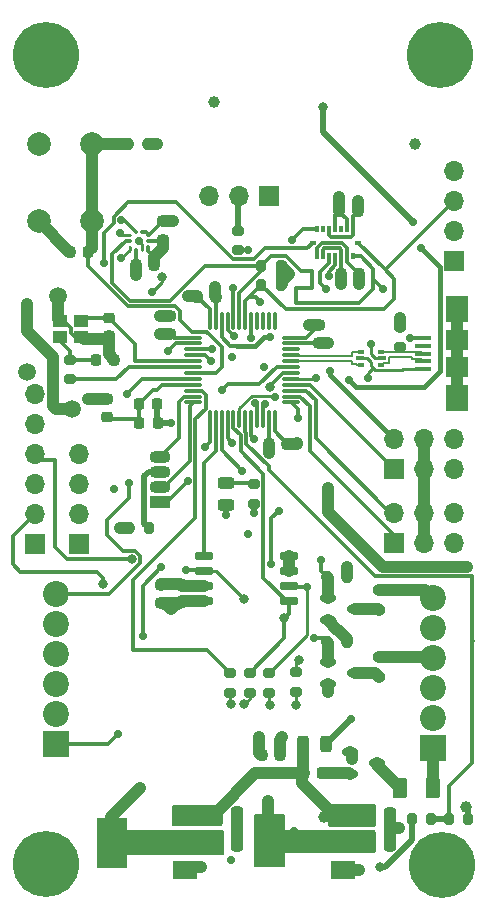
<source format=gbr>
%TF.GenerationSoftware,KiCad,Pcbnew,(7.0.0)*%
%TF.CreationDate,2023-07-06T15:18:01+01:00*%
%TF.ProjectId,wolf flight comp,776f6c66-2066-46c6-9967-687420636f6d,rev?*%
%TF.SameCoordinates,Original*%
%TF.FileFunction,Copper,L1,Top*%
%TF.FilePolarity,Positive*%
%FSLAX46Y46*%
G04 Gerber Fmt 4.6, Leading zero omitted, Abs format (unit mm)*
G04 Created by KiCad (PCBNEW (7.0.0)) date 2023-07-06 15:18:01*
%MOMM*%
%LPD*%
G01*
G04 APERTURE LIST*
G04 Aperture macros list*
%AMRoundRect*
0 Rectangle with rounded corners*
0 $1 Rounding radius*
0 $2 $3 $4 $5 $6 $7 $8 $9 X,Y pos of 4 corners*
0 Add a 4 corners polygon primitive as box body*
4,1,4,$2,$3,$4,$5,$6,$7,$8,$9,$2,$3,0*
0 Add four circle primitives for the rounded corners*
1,1,$1+$1,$2,$3*
1,1,$1+$1,$4,$5*
1,1,$1+$1,$6,$7*
1,1,$1+$1,$8,$9*
0 Add four rect primitives between the rounded corners*
20,1,$1+$1,$2,$3,$4,$5,0*
20,1,$1+$1,$4,$5,$6,$7,0*
20,1,$1+$1,$6,$7,$8,$9,0*
20,1,$1+$1,$8,$9,$2,$3,0*%
G04 Aperture macros list end*
%TA.AperFunction,SMDPad,CuDef*%
%ADD10RoundRect,0.225000X0.225000X0.250000X-0.225000X0.250000X-0.225000X-0.250000X0.225000X-0.250000X0*%
%TD*%
%TA.AperFunction,SMDPad,CuDef*%
%ADD11RoundRect,0.200000X-0.275000X0.200000X-0.275000X-0.200000X0.275000X-0.200000X0.275000X0.200000X0*%
%TD*%
%TA.AperFunction,SMDPad,CuDef*%
%ADD12RoundRect,0.150000X-0.650000X-0.150000X0.650000X-0.150000X0.650000X0.150000X-0.650000X0.150000X0*%
%TD*%
%TA.AperFunction,SMDPad,CuDef*%
%ADD13RoundRect,0.200000X-0.200000X-0.275000X0.200000X-0.275000X0.200000X0.275000X-0.200000X0.275000X0*%
%TD*%
%TA.AperFunction,ComponentPad*%
%ADD14R,1.700000X1.700000*%
%TD*%
%TA.AperFunction,ComponentPad*%
%ADD15O,1.700000X1.700000*%
%TD*%
%TA.AperFunction,SMDPad,CuDef*%
%ADD16RoundRect,0.225000X0.250000X-0.225000X0.250000X0.225000X-0.250000X0.225000X-0.250000X-0.225000X0*%
%TD*%
%TA.AperFunction,SMDPad,CuDef*%
%ADD17RoundRect,0.200000X0.275000X-0.200000X0.275000X0.200000X-0.275000X0.200000X-0.275000X-0.200000X0*%
%TD*%
%TA.AperFunction,ComponentPad*%
%ADD18R,2.200000X2.200000*%
%TD*%
%TA.AperFunction,ComponentPad*%
%ADD19C,2.200000*%
%TD*%
%TA.AperFunction,SMDPad,CuDef*%
%ADD20RoundRect,0.225000X-0.225000X-0.250000X0.225000X-0.250000X0.225000X0.250000X-0.225000X0.250000X0*%
%TD*%
%TA.AperFunction,SMDPad,CuDef*%
%ADD21RoundRect,0.218750X0.256250X-0.218750X0.256250X0.218750X-0.256250X0.218750X-0.256250X-0.218750X0*%
%TD*%
%TA.AperFunction,SMDPad,CuDef*%
%ADD22RoundRect,0.218750X0.218750X0.256250X-0.218750X0.256250X-0.218750X-0.256250X0.218750X-0.256250X0*%
%TD*%
%TA.AperFunction,SMDPad,CuDef*%
%ADD23RoundRect,0.200000X0.200000X0.275000X-0.200000X0.275000X-0.200000X-0.275000X0.200000X-0.275000X0*%
%TD*%
%TA.AperFunction,SMDPad,CuDef*%
%ADD24RoundRect,0.250000X0.375000X0.625000X-0.375000X0.625000X-0.375000X-0.625000X0.375000X-0.625000X0*%
%TD*%
%TA.AperFunction,SMDPad,CuDef*%
%ADD25RoundRect,0.243750X0.456250X-0.243750X0.456250X0.243750X-0.456250X0.243750X-0.456250X-0.243750X0*%
%TD*%
%TA.AperFunction,SMDPad,CuDef*%
%ADD26R,0.500000X0.375000*%
%TD*%
%TA.AperFunction,SMDPad,CuDef*%
%ADD27R,0.650000X0.300000*%
%TD*%
%TA.AperFunction,SMDPad,CuDef*%
%ADD28RoundRect,0.150000X-0.512500X-0.150000X0.512500X-0.150000X0.512500X0.150000X-0.512500X0.150000X0*%
%TD*%
%TA.AperFunction,ComponentPad*%
%ADD29C,5.600000*%
%TD*%
%TA.AperFunction,SMDPad,CuDef*%
%ADD30RoundRect,0.250000X-0.250000X-0.475000X0.250000X-0.475000X0.250000X0.475000X-0.250000X0.475000X0*%
%TD*%
%TA.AperFunction,SMDPad,CuDef*%
%ADD31R,1.150000X1.000000*%
%TD*%
%TA.AperFunction,SMDPad,CuDef*%
%ADD32R,0.250000X0.275000*%
%TD*%
%TA.AperFunction,SMDPad,CuDef*%
%ADD33R,0.275000X0.250000*%
%TD*%
%TA.AperFunction,ComponentPad*%
%ADD34R,1.800000X1.070000*%
%TD*%
%TA.AperFunction,ComponentPad*%
%ADD35O,1.800000X1.070000*%
%TD*%
%TA.AperFunction,SMDPad,CuDef*%
%ADD36R,2.000000X1.500000*%
%TD*%
%TA.AperFunction,SMDPad,CuDef*%
%ADD37R,2.000000X3.800000*%
%TD*%
%TA.AperFunction,SMDPad,CuDef*%
%ADD38RoundRect,0.075000X-0.662500X-0.075000X0.662500X-0.075000X0.662500X0.075000X-0.662500X0.075000X0*%
%TD*%
%TA.AperFunction,SMDPad,CuDef*%
%ADD39RoundRect,0.075000X-0.075000X-0.662500X0.075000X-0.662500X0.075000X0.662500X-0.075000X0.662500X0*%
%TD*%
%TA.AperFunction,SMDPad,CuDef*%
%ADD40RoundRect,0.225000X-0.250000X0.225000X-0.250000X-0.225000X0.250000X-0.225000X0.250000X0.225000X0*%
%TD*%
%TA.AperFunction,SMDPad,CuDef*%
%ADD41R,1.400000X0.400000*%
%TD*%
%TA.AperFunction,SMDPad,CuDef*%
%ADD42R,1.900000X2.300000*%
%TD*%
%TA.AperFunction,SMDPad,CuDef*%
%ADD43R,1.900000X1.800000*%
%TD*%
%TA.AperFunction,SMDPad,CuDef*%
%ADD44RoundRect,0.243750X-0.243750X-0.456250X0.243750X-0.456250X0.243750X0.456250X-0.243750X0.456250X0*%
%TD*%
%TA.AperFunction,ComponentPad*%
%ADD45C,2.000000*%
%TD*%
%TA.AperFunction,SMDPad,CuDef*%
%ADD46R,0.350000X0.590000*%
%TD*%
%TA.AperFunction,SMDPad,CuDef*%
%ADD47R,0.590000X0.350000*%
%TD*%
%TA.AperFunction,ViaPad*%
%ADD48C,0.700000*%
%TD*%
%TA.AperFunction,ViaPad*%
%ADD49C,1.000000*%
%TD*%
%TA.AperFunction,ViaPad*%
%ADD50C,0.800000*%
%TD*%
%TA.AperFunction,ViaPad*%
%ADD51C,1.500000*%
%TD*%
%TA.AperFunction,Conductor*%
%ADD52C,1.000000*%
%TD*%
%TA.AperFunction,Conductor*%
%ADD53C,0.300000*%
%TD*%
%TA.AperFunction,Conductor*%
%ADD54C,0.508000*%
%TD*%
%TA.AperFunction,Conductor*%
%ADD55C,0.254000*%
%TD*%
%TA.AperFunction,Conductor*%
%ADD56C,0.200000*%
%TD*%
%TA.AperFunction,Conductor*%
%ADD57C,0.250000*%
%TD*%
%TA.AperFunction,Conductor*%
%ADD58C,0.400000*%
%TD*%
G04 APERTURE END LIST*
D10*
%TO.P,C17,1*%
%TO.N,GND*%
X156921800Y-89611200D03*
%TO.P,C17,2*%
%TO.N,+3.3VA*%
X155371800Y-89611200D03*
%TD*%
D11*
%TO.P,R8,1*%
%TO.N,P1-*%
X175641000Y-109411000D03*
%TO.P,R8,2*%
%TO.N,Net-(Q2-D)*%
X175641000Y-111061000D03*
%TD*%
D12*
%TO.P,U6,1,~{CS}*%
%TO.N,FLASH CS*%
X160821000Y-100838000D03*
%TO.P,U6,2,DO(IO1)*%
%TO.N,MISO*%
X160821000Y-102108000D03*
%TO.P,U6,3,IO2*%
%TO.N,+3V3*%
X160821000Y-103378000D03*
%TO.P,U6,4,GND*%
%TO.N,GND*%
X160821000Y-104648000D03*
%TO.P,U6,5,DI(IO0)*%
%TO.N,MOSI*%
X168021000Y-104648000D03*
%TO.P,U6,6,CLK*%
%TO.N,SCK*%
X168021000Y-103378000D03*
%TO.P,U6,7,IO3*%
%TO.N,+3V3*%
X168021000Y-102108000D03*
%TO.P,U6,8,VCC*%
X168021000Y-100838000D03*
%TD*%
D13*
%TO.P,R13,1*%
%TO.N,BATT SENSE*%
X181550000Y-123100000D03*
%TO.P,R13,2*%
%TO.N,GND*%
X183200000Y-123100000D03*
%TD*%
D14*
%TO.P,J10,1,Pin_1*%
%TO.N,GND*%
X181999999Y-75879999D03*
D15*
%TO.P,J10,2,Pin_2*%
%TO.N,SDA*%
X181999999Y-73339999D03*
%TO.P,J10,3,Pin_3*%
%TO.N,SCL*%
X181999999Y-70799999D03*
%TO.P,J10,4,Pin_4*%
%TO.N,I2C POWER*%
X181999999Y-68259999D03*
%TD*%
D16*
%TO.P,C19,1*%
%TO.N,GND*%
X152781000Y-82207400D03*
%TO.P,C19,2*%
%TO.N,OSCIN*%
X152781000Y-80657400D03*
%TD*%
D17*
%TO.P,R23,1*%
%TO.N,Net-(J8-DAT0)*%
X168656000Y-112331000D03*
%TO.P,R23,2*%
%TO.N,MISO*%
X168656000Y-110681000D03*
%TD*%
D11*
%TO.P,R21,1*%
%TO.N,Net-(J9-Pin_2)*%
X163703000Y-73280000D03*
%TO.P,R21,2*%
%TO.N,BOOT0*%
X163703000Y-74930000D03*
%TD*%
D18*
%TO.P,J7,1,Pin_1*%
%TO.N,+BATT*%
X180212999Y-117093999D03*
D19*
%TO.P,J7,2,Pin_2*%
%TO.N,GND*%
X180213000Y-114554000D03*
%TO.P,J7,3,Pin_3*%
%TO.N,ARM-*%
X180213000Y-112014000D03*
%TO.P,J7,4,Pin_4*%
%TO.N,P1-*%
X180213000Y-109474000D03*
%TO.P,J7,5,Pin_5*%
%TO.N,ARM-*%
X180213000Y-106934000D03*
%TO.P,J7,6,Pin_6*%
%TO.N,P2-*%
X180213000Y-104394000D03*
%TD*%
D20*
%TO.P,C6,1*%
%TO.N,+3V3*%
X172425000Y-76962000D03*
%TO.P,C6,2*%
%TO.N,GND*%
X173975000Y-76962000D03*
%TD*%
D21*
%TO.P,FB2,1*%
%TO.N,+3.3VA*%
X152654000Y-89101000D03*
%TO.P,FB2,2*%
%TO.N,+3V3*%
X152654000Y-87526000D03*
%TD*%
D10*
%TO.P,C15,1*%
%TO.N,GND*%
X161824000Y-78867000D03*
%TO.P,C15,2*%
%TO.N,+3V3*%
X160274000Y-78867000D03*
%TD*%
D22*
%TO.P,FB1,1*%
%TO.N,Net-(Q1-S)*%
X170840500Y-119227600D03*
%TO.P,FB1,2*%
%TO.N,+12V*%
X169265500Y-119227600D03*
%TD*%
D23*
%TO.P,R16,1*%
%TO.N,+3V3*%
X167325000Y-76300000D03*
%TO.P,R16,2*%
%TO.N,SDA*%
X165675000Y-76300000D03*
%TD*%
D24*
%TO.P,F1,1*%
%TO.N,+BATT*%
X180200000Y-120450000D03*
%TO.P,F1,2*%
%TO.N,Net-(Q1-D)*%
X177400000Y-120450000D03*
%TD*%
D25*
%TO.P,D3,1,K*%
%TO.N,GND*%
X162687000Y-96520000D03*
%TO.P,D3,2,A*%
%TO.N,Net-(D3-A)*%
X162687000Y-94645000D03*
%TD*%
D11*
%TO.P,R3,1*%
%TO.N,+3V3*%
X177400000Y-81450000D03*
%TO.P,R3,2*%
%TO.N,USB CON D+*%
X177400000Y-83100000D03*
%TD*%
D16*
%TO.P,C9,1*%
%TO.N,GND*%
X158833000Y-104788000D03*
%TO.P,C9,2*%
%TO.N,+3V3*%
X158833000Y-103238000D03*
%TD*%
D17*
%TO.P,R20,1*%
%TO.N,Net-(J8-CD{slash}DAT3)*%
X163068000Y-112395000D03*
%TO.P,R20,2*%
%TO.N,CS SD*%
X163068000Y-110745000D03*
%TD*%
D26*
%TO.P,U3,1,I/O1*%
%TO.N,USB CON D-*%
X175855999Y-84637499D03*
D27*
%TO.P,U3,2,GND*%
%TO.N,GND*%
X175930999Y-84099999D03*
D26*
%TO.P,U3,3,I/O2*%
%TO.N,USB CON D+*%
X175855999Y-83562499D03*
%TO.P,U3,4,I/O2*%
%TO.N,USB D+*%
X174155999Y-83562499D03*
D27*
%TO.P,U3,5,VBUS*%
%TO.N,VBUS*%
X174080999Y-84099999D03*
D26*
%TO.P,U3,6,I/O1*%
%TO.N,USB D-*%
X174155999Y-84637499D03*
%TD*%
D20*
%TO.P,C14,1*%
%TO.N,GND*%
X166344000Y-91313000D03*
%TO.P,C14,2*%
%TO.N,+3V3*%
X167894000Y-91313000D03*
%TD*%
D14*
%TO.P,J6,1,Pin_1*%
%TO.N,SERVO1*%
X176910999Y-99694999D03*
D15*
%TO.P,J6,2,Pin_2*%
%TO.N,SERVO2*%
X176910999Y-97154999D03*
%TO.P,J6,3,Pin_3*%
%TO.N,SERVO POWER*%
X179450999Y-99694999D03*
%TO.P,J6,4,Pin_4*%
X179450999Y-97154999D03*
%TO.P,J6,5,Pin_5*%
%TO.N,GND*%
X181990999Y-99694999D03*
%TO.P,J6,6,Pin_6*%
X181990999Y-97154999D03*
%TD*%
D23*
%TO.P,R14,1*%
%TO.N,+3V3*%
X167350000Y-77900000D03*
%TO.P,R14,2*%
%TO.N,SCL*%
X165700000Y-77900000D03*
%TD*%
D13*
%TO.P,R6,1*%
%TO.N,GND*%
X154500000Y-98450000D03*
%TO.P,R6,2*%
%TO.N,Net-(D2-K)*%
X156150000Y-98450000D03*
%TD*%
D28*
%TO.P,Q1,1,G*%
%TO.N,GND*%
X173202600Y-117398800D03*
%TO.P,Q1,2,S*%
%TO.N,Net-(Q1-S)*%
X173202600Y-119298800D03*
%TO.P,Q1,3,D*%
%TO.N,Net-(Q1-D)*%
X175477600Y-118348800D03*
%TD*%
D14*
%TO.P,J2,1,Pin_1*%
%TO.N,GND*%
X150240999Y-99821999D03*
D15*
%TO.P,J2,2,Pin_2*%
%TO.N,USART1 TX*%
X150240999Y-97281999D03*
%TO.P,J2,3,Pin_3*%
%TO.N,USART1 RX*%
X150240999Y-94741999D03*
%TO.P,J2,4,Pin_4*%
%TO.N,UART POWER*%
X150240999Y-92201999D03*
%TD*%
D20*
%TO.P,C8,1*%
%TO.N,+3V3*%
X155054000Y-76200000D03*
%TO.P,C8,2*%
%TO.N,GND*%
X156604000Y-76200000D03*
%TD*%
D11*
%TO.P,R11,1*%
%TO.N,P2-*%
X175630000Y-103757000D03*
%TO.P,R11,2*%
%TO.N,Net-(Q3-D)*%
X175630000Y-105407000D03*
%TD*%
D10*
%TO.P,C18,1*%
%TO.N,GND*%
X156895800Y-87985600D03*
%TO.P,C18,2*%
%TO.N,+3.3VA*%
X155345800Y-87985600D03*
%TD*%
D29*
%TO.P,H4,1,1*%
%TO.N,GND*%
X147447000Y-126873000D03*
%TD*%
D30*
%TO.P,C3,1*%
%TO.N,+3V3*%
X174691000Y-125095000D03*
%TO.P,C3,2*%
%TO.N,GND*%
X176591000Y-125095000D03*
%TD*%
D11*
%TO.P,R22,1*%
%TO.N,Net-(C20-Pad1)*%
X149479000Y-84226400D03*
%TO.P,R22,2*%
%TO.N,OSCOUT*%
X149479000Y-85876400D03*
%TD*%
D31*
%TO.P,Y1,1,1*%
%TO.N,OSCIN*%
X150437999Y-80921999D03*
%TO.P,Y1,2,2*%
%TO.N,GND*%
X148687999Y-80921999D03*
%TO.P,Y1,3,3*%
%TO.N,Net-(C20-Pad1)*%
X148687999Y-82321999D03*
%TO.P,Y1,4,4*%
%TO.N,GND*%
X150437999Y-82321999D03*
%TD*%
D32*
%TO.P,U5,1,VDDIO*%
%TO.N,+3V3*%
X155570499Y-73397499D03*
%TO.P,U5,2,SCK/SCL*%
%TO.N,SCL*%
X155070499Y-73397499D03*
D33*
%TO.P,U5,3,VSS/GND*%
%TO.N,GND*%
X154557999Y-73659999D03*
%TO.P,U5,4,SDI/SDO/SDA*%
%TO.N,SDA*%
X154557999Y-74159999D03*
%TO.P,U5,5,SDO/DNC/SA0*%
%TO.N,GND*%
X154557999Y-74659999D03*
D32*
%TO.P,U5,6,~{CS}*%
%TO.N,+3V3*%
X155070499Y-74922499D03*
%TO.P,U5,7,INT/DNC*%
%TO.N,BARO INT*%
X155570499Y-74922499D03*
D33*
%TO.P,U5,8,VSS/GND__1*%
%TO.N,GND*%
X156082999Y-74659999D03*
%TO.P,U5,9,VSS/GND__2*%
X156082999Y-74159999D03*
%TO.P,U5,10,VDD*%
%TO.N,+3V3*%
X156082999Y-73659999D03*
%TD*%
D34*
%TO.P,D2,1,RA*%
%TO.N,LED RED*%
X157098999Y-96265999D03*
D35*
%TO.P,D2,2,BA*%
%TO.N,LED GREEN*%
X157098999Y-94995999D03*
%TO.P,D2,3,K*%
%TO.N,Net-(D2-K)*%
X157098999Y-93725999D03*
%TO.P,D2,4,GA*%
%TO.N,LED BLUE*%
X157098999Y-92455999D03*
%TD*%
D14*
%TO.P,J5,1,Pin_1*%
%TO.N,SERVO3*%
X176910999Y-93471999D03*
D15*
%TO.P,J5,2,Pin_2*%
%TO.N,SERVO4*%
X176910999Y-90931999D03*
%TO.P,J5,3,Pin_3*%
%TO.N,SERVO POWER*%
X179450999Y-93471999D03*
%TO.P,J5,4,Pin_4*%
X179450999Y-90931999D03*
%TO.P,J5,5,Pin_5*%
%TO.N,GND*%
X181990999Y-93471999D03*
%TO.P,J5,6,Pin_6*%
X181990999Y-90931999D03*
%TD*%
D36*
%TO.P,U1,1,ADJ*%
%TO.N,Net-(U1-ADJ)*%
X172567999Y-127394999D03*
%TO.P,U1,2,VO*%
%TO.N,+3V3*%
X172567999Y-125094999D03*
D37*
X166267999Y-125094999D03*
D36*
%TO.P,U1,3,VI*%
%TO.N,+12V*%
X172567999Y-122794999D03*
%TD*%
D11*
%TO.P,R10,1*%
%TO.N,Net-(D3-A)*%
X165100000Y-94775000D03*
%TO.P,R10,2*%
%TO.N,+3V3*%
X165100000Y-96425000D03*
%TD*%
D38*
%TO.P,U7,1,VBAT*%
%TO.N,+3V3*%
X159921500Y-82340000D03*
%TO.P,U7,2,PC13*%
%TO.N,ACCEL INT1*%
X159921500Y-82840000D03*
%TO.P,U7,3,PC14*%
%TO.N,PC14*%
X159921500Y-83340000D03*
%TO.P,U7,4,PC15*%
%TO.N,CS BRKOUT*%
X159921500Y-83840000D03*
%TO.P,U7,5,PD0*%
%TO.N,OSCIN*%
X159921500Y-84340000D03*
%TO.P,U7,6,PD1*%
%TO.N,OSCOUT*%
X159921500Y-84840000D03*
%TO.P,U7,7,NRST*%
%TO.N,RESET*%
X159921500Y-85340000D03*
%TO.P,U7,8,VSSA*%
%TO.N,GND*%
X159921500Y-85840000D03*
%TO.P,U7,9,VDDA*%
%TO.N,+3.3VA*%
X159921500Y-86340000D03*
%TO.P,U7,10,PA0*%
%TO.N,CS SD*%
X159921500Y-86840000D03*
%TO.P,U7,11,PA1*%
%TO.N,LED BLUE*%
X159921500Y-87340000D03*
%TO.P,U7,12,PA2*%
%TO.N,LED GREEN*%
X159921500Y-87840000D03*
D39*
%TO.P,U7,13,PA3*%
%TO.N,LED RED*%
X161334000Y-89252500D03*
%TO.P,U7,14,PA4*%
%TO.N,FLASH CS*%
X161834000Y-89252500D03*
%TO.P,U7,15,PA5*%
%TO.N,SCK*%
X162334000Y-89252500D03*
%TO.P,U7,16,PA6*%
%TO.N,MISO*%
X162834000Y-89252500D03*
%TO.P,U7,17,PA7*%
%TO.N,MOSI*%
X163334000Y-89252500D03*
%TO.P,U7,18,PB0*%
%TO.N,BUZZER*%
X163834000Y-89252500D03*
%TO.P,U7,19,PB1*%
%TO.N,BATT SENSE*%
X164334000Y-89252500D03*
%TO.P,U7,20,PB2*%
%TO.N,PB2*%
X164834000Y-89252500D03*
%TO.P,U7,21,PB10*%
%TO.N,P2 EN*%
X165334000Y-89252500D03*
%TO.P,U7,22,PB11*%
%TO.N,P1 EN*%
X165834000Y-89252500D03*
%TO.P,U7,23,VSS*%
%TO.N,GND*%
X166334000Y-89252500D03*
%TO.P,U7,24,VDD*%
%TO.N,+3V3*%
X166834000Y-89252500D03*
D38*
%TO.P,U7,25,PB12*%
%TO.N,GYRO INT4*%
X168246500Y-87840000D03*
%TO.P,U7,26,PB13*%
%TO.N,SERVO1*%
X168246500Y-87340000D03*
%TO.P,U7,27,PB14*%
%TO.N,SERVO2*%
X168246500Y-86840000D03*
%TO.P,U7,28,PB15*%
%TO.N,SERVO3*%
X168246500Y-86340000D03*
%TO.P,U7,29,PA8*%
%TO.N,BARO INT*%
X168246500Y-85840000D03*
%TO.P,U7,30,PA9*%
%TO.N,USART1 TX*%
X168246500Y-85340000D03*
%TO.P,U7,31,PA10*%
%TO.N,USART1 RX*%
X168246500Y-84840000D03*
%TO.P,U7,32,PA11*%
%TO.N,USB D-*%
X168246500Y-84340000D03*
%TO.P,U7,33,PA12*%
%TO.N,USB D+*%
X168246500Y-83840000D03*
%TO.P,U7,34,PA13*%
%TO.N,unconnected-(U7-PA13-Pad34)*%
X168246500Y-83340000D03*
%TO.P,U7,35,VSS*%
%TO.N,GND*%
X168246500Y-82840000D03*
%TO.P,U7,36,VDD*%
%TO.N,+3V3*%
X168246500Y-82340000D03*
D39*
%TO.P,U7,37,PA14*%
%TO.N,unconnected-(U7-PA14-Pad37)*%
X166834000Y-80927500D03*
%TO.P,U7,38,PA15*%
%TO.N,unconnected-(U7-PA15-Pad38)*%
X166334000Y-80927500D03*
%TO.P,U7,39,PB3*%
%TO.N,unconnected-(U7-PB3-Pad39)*%
X165834000Y-80927500D03*
%TO.P,U7,40,PB4*%
%TO.N,unconnected-(U7-PB4-Pad40)*%
X165334000Y-80927500D03*
%TO.P,U7,41,PB5*%
%TO.N,ACCEL INT2*%
X164834000Y-80927500D03*
%TO.P,U7,42,PB6*%
%TO.N,SCL*%
X164334000Y-80927500D03*
%TO.P,U7,43,PB7*%
%TO.N,SDA*%
X163834000Y-80927500D03*
%TO.P,U7,44,BOOT0*%
%TO.N,BOOT0*%
X163334000Y-80927500D03*
%TO.P,U7,45,PB8*%
%TO.N,GYRO INT3*%
X162834000Y-80927500D03*
%TO.P,U7,46,PB9*%
%TO.N,SERVO4*%
X162334000Y-80927500D03*
%TO.P,U7,47,VSS*%
%TO.N,GND*%
X161834000Y-80927500D03*
%TO.P,U7,48,VDD*%
%TO.N,+3V3*%
X161334000Y-80927500D03*
%TD*%
D40*
%TO.P,C7,1*%
%TO.N,+3V3*%
X157353000Y-72491000D03*
%TO.P,C7,2*%
%TO.N,GND*%
X157353000Y-74041000D03*
%TD*%
D20*
%TO.P,C20,1*%
%TO.N,Net-(C20-Pad1)*%
X151701200Y-84226400D03*
%TO.P,C20,2*%
%TO.N,GND*%
X153251200Y-84226400D03*
%TD*%
D41*
%TO.P,J1,1,VBUS*%
%TO.N,VBUS*%
X179399999Y-84999999D03*
%TO.P,J1,2,D-*%
%TO.N,USB CON D-*%
X179399999Y-84349999D03*
%TO.P,J1,3,D+*%
%TO.N,USB CON D+*%
X179399999Y-83699999D03*
%TO.P,J1,4,ID*%
%TO.N,unconnected-(J1-ID-Pad4)*%
X179399999Y-83049999D03*
%TO.P,J1,5,GND*%
%TO.N,GND*%
X179399999Y-82399999D03*
D42*
%TO.P,J1,6,Shield*%
%TO.N,unconnected-(J1-Shield-Pad6)*%
X182249999Y-87449999D03*
D43*
X182249999Y-84849999D03*
X182249999Y-82549999D03*
D42*
X182249999Y-79949999D03*
%TD*%
D28*
%TO.P,Q2,1,G*%
%TO.N,P1 EN*%
X171334000Y-109794000D03*
%TO.P,Q2,2,S*%
%TO.N,GND*%
X171334000Y-111694000D03*
%TO.P,Q2,3,D*%
%TO.N,Net-(Q2-D)*%
X173609000Y-110744000D03*
%TD*%
%TO.P,Q3,1,G*%
%TO.N,P2 EN*%
X171323000Y-104394000D03*
%TO.P,Q3,2,S*%
%TO.N,GND*%
X171323000Y-106294000D03*
%TO.P,Q3,3,D*%
%TO.N,Net-(Q3-D)*%
X173598000Y-105344000D03*
%TD*%
D14*
%TO.P,J3,1,Pin_1*%
%TO.N,GND*%
X146557999Y-99821999D03*
D15*
%TO.P,J3,2,Pin_2*%
%TO.N,MOSI*%
X146557999Y-97281999D03*
%TO.P,J3,3,Pin_3*%
%TO.N,MISO*%
X146557999Y-94741999D03*
%TO.P,J3,4,Pin_4*%
%TO.N,SCK*%
X146557999Y-92201999D03*
%TO.P,J3,5,Pin_5*%
%TO.N,CS BRKOUT*%
X146557999Y-89661999D03*
%TO.P,J3,6,Pin_6*%
%TO.N,SPI POWER*%
X146557999Y-87121999D03*
%TD*%
D18*
%TO.P,J4,1,Pin_1*%
%TO.N,PB2*%
X148335999Y-116712999D03*
D19*
%TO.P,J4,2,Pin_2*%
%TO.N,+3V3*%
X148336000Y-114173000D03*
%TO.P,J4,3,Pin_3*%
%TO.N,GND*%
X148336000Y-111633000D03*
%TO.P,J4,4,Pin_4*%
%TO.N,+12V*%
X148336000Y-109093000D03*
%TO.P,J4,5,Pin_5*%
%TO.N,ARM-*%
X148336000Y-106553000D03*
%TO.P,J4,6,Pin_6*%
%TO.N,PC14*%
X148336000Y-104013000D03*
%TD*%
D30*
%TO.P,C2,1*%
%TO.N,+12V*%
X161737000Y-122783600D03*
%TO.P,C2,2*%
%TO.N,GND*%
X163637000Y-122783600D03*
%TD*%
D17*
%TO.P,R18,1*%
%TO.N,Net-(J8-CMD)*%
X164719000Y-112394000D03*
%TO.P,R18,2*%
%TO.N,MOSI*%
X164719000Y-110744000D03*
%TD*%
D36*
%TO.P,U2,1,ADJ*%
%TO.N,Net-(U2-ADJ)*%
X159232999Y-127394999D03*
%TO.P,U2,2,VO*%
%TO.N,+5V*%
X159232999Y-125094999D03*
D37*
X152932999Y-125094999D03*
D36*
%TO.P,U2,3,VI*%
%TO.N,+12V*%
X159232999Y-122794999D03*
%TD*%
D14*
%TO.P,J9,1,Pin_1*%
%TO.N,GND*%
X166369999Y-70357999D03*
D15*
%TO.P,J9,2,Pin_2*%
%TO.N,Net-(J9-Pin_2)*%
X163829999Y-70357999D03*
%TO.P,J9,3,Pin_3*%
%TO.N,+3V3*%
X161289999Y-70357999D03*
%TD*%
D10*
%TO.P,C5,1*%
%TO.N,+3V3*%
X173863000Y-71628000D03*
%TO.P,C5,2*%
%TO.N,GND*%
X172313000Y-71628000D03*
%TD*%
D23*
%TO.P,R9,1*%
%TO.N,GND*%
X172910000Y-102616000D03*
%TO.P,R9,2*%
%TO.N,P2 EN*%
X171260000Y-102616000D03*
%TD*%
D13*
%TO.P,R17,1*%
%TO.N,RESET*%
X154433000Y-65938400D03*
%TO.P,R17,2*%
%TO.N,+3V3*%
X156083000Y-65938400D03*
%TD*%
D16*
%TO.P,C16,1*%
%TO.N,GND*%
X170561000Y-82817000D03*
%TO.P,C16,2*%
%TO.N,+3V3*%
X170561000Y-81267000D03*
%TD*%
D29*
%TO.P,H1,1,1*%
%TO.N,GND*%
X180975000Y-127000000D03*
%TD*%
D11*
%TO.P,R19,1*%
%TO.N,SCK*%
X166370000Y-110745000D03*
%TO.P,R19,2*%
%TO.N,Net-(J8-CLK)*%
X166370000Y-112395000D03*
%TD*%
D44*
%TO.P,D1,1,K*%
%TO.N,+12V*%
X169262500Y-116750000D03*
%TO.P,D1,2,A*%
%TO.N,VBUS*%
X171137500Y-116750000D03*
%TD*%
D20*
%TO.P,C11,1*%
%TO.N,GND*%
X149466000Y-75057000D03*
%TO.P,C11,2*%
%TO.N,RESET*%
X151016000Y-75057000D03*
%TD*%
D10*
%TO.P,C12,1*%
%TO.N,GND*%
X167275000Y-117700000D03*
%TO.P,C12,2*%
%TO.N,+3V3*%
X165725000Y-117700000D03*
%TD*%
D29*
%TO.P,H2,1,1*%
%TO.N,GND*%
X147447000Y-58420000D03*
%TD*%
D16*
%TO.P,C10,1*%
%TO.N,GND*%
X157182000Y-104801000D03*
%TO.P,C10,2*%
%TO.N,+3V3*%
X157182000Y-103251000D03*
%TD*%
D29*
%TO.P,H3,1,1*%
%TO.N,GND*%
X180848000Y-58420000D03*
%TD*%
D45*
%TO.P,SW1,1,1*%
%TO.N,GND*%
X146848000Y-72465000D03*
X146848000Y-65965000D03*
%TO.P,SW1,2,2*%
%TO.N,RESET*%
X151348000Y-72465000D03*
X151348000Y-65965000D03*
%TD*%
D13*
%TO.P,R12,1*%
%TO.N,+12V*%
X178451200Y-123100000D03*
%TO.P,R12,2*%
%TO.N,BATT SENSE*%
X180101200Y-123100000D03*
%TD*%
D46*
%TO.P,U4,1,INT2*%
%TO.N,ACCEL INT2*%
X170447999Y-73129999D03*
%TO.P,U4,2,NC*%
%TO.N,unconnected-(U4-NC-Pad2)*%
X170947999Y-73129999D03*
%TO.P,U4,3,VDD*%
%TO.N,+3V3*%
X171447999Y-73129999D03*
%TO.P,U4,4,GNDA*%
%TO.N,GND*%
X171947999Y-73129999D03*
%TO.P,U4,5,CSB2*%
%TO.N,unconnected-(U4-CSB2-Pad5)*%
X172447999Y-73129999D03*
%TO.P,U4,6,GNDIO*%
%TO.N,GND*%
X172947999Y-73129999D03*
%TO.P,U4,7,PS*%
%TO.N,+3V3*%
X173447999Y-73129999D03*
D47*
%TO.P,U4,8,SCL/SCK*%
%TO.N,SCL*%
X173862999Y-74294999D03*
D46*
%TO.P,U4,9,SDA/SDI*%
%TO.N,SDA*%
X173447999Y-75459999D03*
%TO.P,U4,10,SDO2*%
%TO.N,GND*%
X172947999Y-75459999D03*
%TO.P,U4,11,VDDIO*%
%TO.N,+3V3*%
X172447999Y-75459999D03*
%TO.P,U4,12,INT3*%
%TO.N,GYRO INT3*%
X171947999Y-75459999D03*
%TO.P,U4,13,INT4*%
%TO.N,GYRO INT4*%
X171447999Y-75459999D03*
%TO.P,U4,14,CSB1*%
%TO.N,+3V3*%
X170947999Y-75459999D03*
%TO.P,U4,15,SDO1*%
%TO.N,GND*%
X170447999Y-75459999D03*
D47*
%TO.P,U4,16,INT1*%
%TO.N,ACCEL INT1*%
X170032999Y-74294999D03*
%TD*%
D16*
%TO.P,C21,1*%
%TO.N,+3V3*%
X157988000Y-82068000D03*
%TO.P,C21,2*%
%TO.N,GND*%
X157988000Y-80518000D03*
%TD*%
D30*
%TO.P,C4,1*%
%TO.N,+5V*%
X161737000Y-125095000D03*
%TO.P,C4,2*%
%TO.N,GND*%
X163637000Y-125095000D03*
%TD*%
%TO.P,C1,1*%
%TO.N,+12V*%
X174691000Y-122809000D03*
%TO.P,C1,2*%
%TO.N,GND*%
X176591000Y-122809000D03*
%TD*%
D23*
%TO.P,R7,1*%
%TO.N,GND*%
X172910000Y-108141000D03*
%TO.P,R7,2*%
%TO.N,P1 EN*%
X171260000Y-108141000D03*
%TD*%
D48*
%TO.N,GND*%
X171323000Y-112369600D03*
X161800000Y-78050000D03*
X158038800Y-105359200D03*
X172135800Y-107137200D03*
X166350000Y-92150000D03*
D49*
X183000000Y-122100000D03*
D48*
X153850000Y-75600000D03*
X158050000Y-89611200D03*
D49*
X161650000Y-62400000D03*
D48*
X163144200Y-126542800D03*
X171336459Y-82786459D03*
D50*
X177350000Y-123850000D03*
D48*
X173950000Y-77800000D03*
D51*
X148463000Y-78841600D03*
D48*
X163626800Y-123952000D03*
X162687000Y-97358200D03*
X178300000Y-82400000D03*
X165900000Y-84800000D03*
X164550000Y-98950000D03*
X154300000Y-87100000D03*
X172950000Y-101800000D03*
X173385891Y-118024223D03*
X153700000Y-98450000D03*
X157302200Y-74828400D03*
X157150000Y-80500000D03*
X175000000Y-82900000D03*
X153750000Y-73500000D03*
D50*
X172300000Y-70450000D03*
D49*
X167450000Y-116200000D03*
D48*
%TO.N,+5V*%
X155778200Y-125247400D03*
X145850000Y-79474701D03*
D51*
X149700000Y-88350000D03*
D49*
X155400000Y-120500000D03*
%TO.N,+12V*%
X171350000Y-95100000D03*
D50*
X175700000Y-127150000D03*
D49*
X171000000Y-122900000D03*
X183150000Y-101750000D03*
%TO.N,+3V3*%
X178700000Y-65950000D03*
D48*
X169750000Y-81250000D03*
X159500000Y-78850000D03*
X173850000Y-70800000D03*
X168700000Y-91300000D03*
X165076608Y-97177314D03*
X151050000Y-87550000D03*
X158250000Y-72500000D03*
D49*
X165500000Y-116150000D03*
D51*
X145850500Y-85250000D03*
D48*
X157150000Y-82050000D03*
X153250000Y-95150000D03*
X168000000Y-101500000D03*
D49*
X166250000Y-121550000D03*
X156900000Y-65950000D03*
D48*
X163200000Y-84000000D03*
X177400000Y-80700000D03*
X168050000Y-76950000D03*
X168500000Y-124102000D03*
X172450000Y-77800000D03*
X155050000Y-77050000D03*
X158000000Y-103200000D03*
%TO.N,Net-(U1-ADJ)*%
X173950000Y-127400000D03*
%TO.N,BOOT0*%
X163300000Y-78150000D03*
X164550000Y-74900000D03*
%TO.N,VBUS*%
X174700000Y-85800000D03*
X173250000Y-114600000D03*
%TO.N,LED RED*%
X160900000Y-91650000D03*
X159449500Y-94500000D03*
%TO.N,SCK*%
X169600000Y-103450000D03*
D50*
X154750000Y-101100000D03*
D48*
X164100000Y-93600000D03*
%TO.N,MISO*%
X159350000Y-102000000D03*
D50*
X164250000Y-104500000D03*
D48*
X163200000Y-91250000D03*
D50*
X168925000Y-109625000D03*
%TO.N,MOSI*%
X167650000Y-106100000D03*
X152300000Y-103200000D03*
%TO.N,USART1 TX*%
X166400000Y-86500000D03*
D48*
%TO.N,USART1 RX*%
X162350000Y-86800000D03*
%TO.N,SCL*%
X153850000Y-72400000D03*
X165600000Y-79300000D03*
%TO.N,SDA*%
X175999500Y-78200000D03*
D50*
%TO.N,BUZZER*%
X170900000Y-62800000D03*
D48*
X179250000Y-74800000D03*
X178550000Y-72600000D03*
X166850000Y-87350000D03*
X173100000Y-85900000D03*
%TO.N,ACCEL INT1*%
X152400000Y-76000000D03*
X157800000Y-83500000D03*
%TO.N,BARO INT*%
X170350000Y-85800000D03*
X155350000Y-74200000D03*
D50*
X157250000Y-77250500D03*
D48*
X156400000Y-78500000D03*
%TO.N,ACCEL INT2*%
X164850000Y-82350000D03*
X168250000Y-74100000D03*
%TO.N,GYRO INT4*%
X168800000Y-89150000D03*
X171200000Y-78200500D03*
%TO.N,GYRO INT3*%
X163400000Y-82250000D03*
X171400000Y-77100000D03*
%TO.N,SERVO4*%
X166450000Y-82300000D03*
X171500000Y-85150000D03*
%TO.N,P2 EN*%
X165150000Y-87900000D03*
X170750000Y-101200000D03*
%TO.N,P1 EN*%
X170174276Y-107760372D03*
X166029763Y-87992590D03*
D50*
%TO.N,Net-(J8-CD{slash}DAT3)*%
X163100000Y-113400000D03*
%TO.N,Net-(J8-CMD)*%
X164250000Y-113400000D03*
%TO.N,Net-(J8-CLK)*%
X166400000Y-113450000D03*
%TO.N,Net-(J8-DAT0)*%
X168600000Y-113450000D03*
D48*
%TO.N,Net-(U2-ADJ)*%
X160600000Y-127200000D03*
%TO.N,CS BRKOUT*%
X161400000Y-84350000D03*
%TO.N,PC14*%
X154500000Y-94650000D03*
X161550000Y-83350000D03*
%TO.N,PB2*%
X155650000Y-107600000D03*
X167208931Y-96991069D03*
X166550000Y-101500000D03*
X165050500Y-90900000D03*
X157200000Y-101800000D03*
X153550000Y-115900000D03*
%TD*%
D52*
%TO.N,GND*%
X163637000Y-123962200D02*
X163637000Y-124968000D01*
X160821000Y-104648000D02*
X158973000Y-104648000D01*
X148463000Y-80772000D02*
X148463000Y-78841600D01*
X152781000Y-82207400D02*
X152781000Y-83756200D01*
X172300000Y-70450000D02*
X172300000Y-71615000D01*
X173385891Y-118024223D02*
X173385891Y-117582091D01*
D53*
X161824000Y-78867000D02*
X161824000Y-80917500D01*
D52*
X156604000Y-75526600D02*
X157302200Y-74828400D01*
X158973000Y-104648000D02*
X158833000Y-104788000D01*
X176591000Y-123850000D02*
X176591000Y-125095000D01*
D53*
X172948000Y-74788960D02*
X172948000Y-75460000D01*
D54*
X156921800Y-89611200D02*
X158050000Y-89611200D01*
X162687000Y-97358200D02*
X162687000Y-96520000D01*
D52*
X172300000Y-71615000D02*
X172313000Y-71628000D01*
X166344000Y-92144000D02*
X166350000Y-92150000D01*
D53*
X171948000Y-71993000D02*
X171948000Y-73130000D01*
D52*
X161800000Y-78050000D02*
X161800000Y-78843000D01*
D53*
X168246500Y-82840000D02*
X170538000Y-82840000D01*
D55*
X175000000Y-83748000D02*
X175000000Y-82900000D01*
D53*
X149563000Y-81963000D02*
X149922000Y-82322000D01*
X148963000Y-80922000D02*
X149563000Y-81522000D01*
D52*
X157353000Y-74041000D02*
X157353000Y-74777600D01*
D53*
X172313000Y-71628000D02*
X171948000Y-71993000D01*
D52*
X156604000Y-76200000D02*
X156604000Y-75526600D01*
X150686600Y-82448400D02*
X150663000Y-82472000D01*
X167275000Y-117700000D02*
X167275000Y-116375000D01*
X171323000Y-112369600D02*
X171323000Y-111705000D01*
D54*
X183200000Y-123100000D02*
X183200000Y-122300000D01*
D52*
X152781000Y-82207400D02*
X152540000Y-82448400D01*
X163637000Y-123941800D02*
X163626800Y-123952000D01*
X173975000Y-77775000D02*
X173950000Y-77800000D01*
X152540000Y-82448400D02*
X150686600Y-82448400D01*
D53*
X170448000Y-75460000D02*
X170448000Y-74788960D01*
X156083000Y-74660000D02*
X156083000Y-75005600D01*
X156083000Y-75005600D02*
X156604000Y-75526600D01*
D52*
X157467600Y-104788000D02*
X157195000Y-104788000D01*
D53*
X161824000Y-80917500D02*
X161834000Y-80927500D01*
D52*
X172910000Y-108141000D02*
X172910000Y-107881000D01*
X158610000Y-104788000D02*
X158038800Y-105359200D01*
X172166200Y-107137200D02*
X172135800Y-107137200D01*
X172135800Y-107106800D02*
X171323000Y-106294000D01*
X171323000Y-111705000D02*
X171334000Y-111694000D01*
D53*
X178300000Y-82400000D02*
X179400000Y-82400000D01*
D52*
X176591000Y-122809000D02*
X176591000Y-123850000D01*
D53*
X172923000Y-72323000D02*
X172923000Y-73105000D01*
D52*
X171305918Y-82817000D02*
X171336459Y-82786459D01*
X167275000Y-116375000D02*
X167450000Y-116200000D01*
D53*
X172948000Y-75460000D02*
X172948000Y-75935000D01*
D55*
X154558000Y-74660000D02*
X154558000Y-74892000D01*
D54*
X183200000Y-122300000D02*
X183000000Y-122100000D01*
D53*
X170448000Y-74788960D02*
X170861959Y-74375000D01*
X149563000Y-81522000D02*
X149563000Y-81963000D01*
D54*
X150163000Y-82472000D02*
X150663000Y-82472000D01*
D53*
X172313000Y-71628000D02*
X172313000Y-71713000D01*
X172923000Y-73105000D02*
X172948000Y-73130000D01*
D52*
X158038800Y-105359200D02*
X157467600Y-104788000D01*
X158833000Y-104788000D02*
X158610000Y-104788000D01*
X176591000Y-123850000D02*
X177350000Y-123850000D01*
X166344000Y-91313000D02*
X166344000Y-92144000D01*
D54*
X156895800Y-87985600D02*
X156895800Y-89585200D01*
D52*
X149440000Y-75057000D02*
X146848000Y-72465000D01*
D54*
X156895800Y-89585200D02*
X156921800Y-89611200D01*
D52*
X173975000Y-76962000D02*
X173975000Y-77775000D01*
D55*
X175931000Y-84100000D02*
X175352000Y-84100000D01*
X175352000Y-84100000D02*
X175000000Y-83748000D01*
D52*
X163637000Y-122555000D02*
X163637000Y-123941800D01*
D53*
X172534040Y-74375000D02*
X172948000Y-74788960D01*
D52*
X157988000Y-80518000D02*
X157168000Y-80518000D01*
D53*
X172313000Y-71713000D02*
X172923000Y-72323000D01*
X172948000Y-75935000D02*
X173975000Y-76962000D01*
D52*
X157353000Y-74777600D02*
X157302200Y-74828400D01*
X163626800Y-123952000D02*
X163637000Y-123962200D01*
D55*
X153910000Y-73660000D02*
X153750000Y-73500000D01*
D52*
X172910000Y-102616000D02*
X172910000Y-101840000D01*
X172910000Y-101840000D02*
X172950000Y-101800000D01*
X173385891Y-117582091D02*
X173202600Y-117398800D01*
D53*
X148688000Y-80922000D02*
X148963000Y-80922000D01*
D52*
X152781000Y-83756200D02*
X153251200Y-84226400D01*
D53*
X170861959Y-74375000D02*
X172534040Y-74375000D01*
D52*
X157168000Y-80518000D02*
X157150000Y-80500000D01*
X172135800Y-107137200D02*
X172135800Y-107106800D01*
D53*
X159921500Y-85840000D02*
X155560000Y-85840000D01*
X166334000Y-89252500D02*
X166334000Y-91303000D01*
D54*
X148463000Y-80772000D02*
X148871000Y-80772000D01*
D52*
X172910000Y-107881000D02*
X172166200Y-107137200D01*
X157195000Y-104788000D02*
X157182000Y-104801000D01*
D53*
X166334000Y-91303000D02*
X166344000Y-91313000D01*
D55*
X154558000Y-73660000D02*
X153910000Y-73660000D01*
D53*
X156083000Y-74160000D02*
X157234000Y-74160000D01*
D52*
X170561000Y-82817000D02*
X171305918Y-82817000D01*
D53*
X149922000Y-82322000D02*
X150438000Y-82322000D01*
D52*
X161800000Y-78843000D02*
X161824000Y-78867000D01*
D53*
X155560000Y-85840000D02*
X154300000Y-87100000D01*
D52*
X149466000Y-75057000D02*
X149440000Y-75057000D01*
D55*
X154558000Y-74892000D02*
X153850000Y-75600000D01*
D52*
X158833000Y-104788000D02*
X157195000Y-104788000D01*
D53*
X170538000Y-82840000D02*
X170561000Y-82817000D01*
D52*
X153700000Y-98450000D02*
X154500000Y-98450000D01*
D53*
X157234000Y-74160000D02*
X157353000Y-74041000D01*
D52*
%TO.N,+5V*%
X148050000Y-88100000D02*
X148300000Y-88350000D01*
X148050000Y-88100000D02*
X148050000Y-87751321D01*
X145850000Y-81800000D02*
X145850000Y-79474701D01*
X148050000Y-87751321D02*
X148058000Y-87743321D01*
X148058000Y-84008000D02*
X145850000Y-81800000D01*
X148300000Y-88350000D02*
X149700000Y-88350000D01*
X152933000Y-122967000D02*
X155400000Y-120500000D01*
X148058000Y-87743321D02*
X148058000Y-84008000D01*
X152933000Y-125095000D02*
X152933000Y-122967000D01*
%TO.N,+12V*%
X169115500Y-120093500D02*
X171817000Y-122795000D01*
X169262500Y-119224600D02*
X169265500Y-119227600D01*
X171817000Y-122795000D02*
X172568000Y-122795000D01*
X169115500Y-119227600D02*
X169115500Y-120093500D01*
D54*
X178451200Y-124884696D02*
X176185896Y-127150000D01*
X178451200Y-123100000D02*
X178451200Y-124884696D01*
D52*
X171350000Y-97134000D02*
X171350000Y-95100000D01*
X161737000Y-122685808D02*
X165195208Y-119227600D01*
X183150000Y-101750000D02*
X175966000Y-101750000D01*
X165195208Y-119227600D02*
X169115500Y-119227600D01*
X169262500Y-116750000D02*
X169262500Y-119224600D01*
X161737000Y-122783600D02*
X161737000Y-122685808D01*
D54*
X176185896Y-127150000D02*
X175700000Y-127150000D01*
D52*
X175966000Y-101750000D02*
X171350000Y-97134000D01*
%TO.N,+3V3*%
X166268000Y-125095000D02*
X166268000Y-121568000D01*
X177400000Y-80700000D02*
X177400000Y-81450000D01*
X151074000Y-87526000D02*
X151050000Y-87550000D01*
X173863000Y-70813000D02*
X173850000Y-70800000D01*
X155054000Y-76200000D02*
X155054000Y-77046000D01*
D53*
X156083000Y-73660000D02*
X156184000Y-73660000D01*
D52*
X167474400Y-76250800D02*
X167474400Y-77825600D01*
D54*
X165100000Y-97153922D02*
X165076608Y-97177314D01*
D52*
X167474400Y-77525600D02*
X168050000Y-76950000D01*
X172425000Y-76962000D02*
X172425000Y-77775000D01*
X167474400Y-76374400D02*
X168050000Y-76950000D01*
X159500000Y-78850000D02*
X160257000Y-78850000D01*
D53*
X169488000Y-82340000D02*
X170561000Y-81267000D01*
X171598000Y-73800000D02*
X173298000Y-73800000D01*
D52*
X157362000Y-72500000D02*
X157353000Y-72491000D01*
X157970000Y-82050000D02*
X157988000Y-82068000D01*
X168687000Y-91313000D02*
X168700000Y-91300000D01*
D53*
X173448000Y-73130000D02*
X173448000Y-72043000D01*
X173298000Y-73800000D02*
X173448000Y-73650000D01*
X156184000Y-73660000D02*
X157353000Y-72491000D01*
D52*
X158250000Y-72500000D02*
X157362000Y-72500000D01*
D53*
X155570500Y-73397500D02*
X155921500Y-73397500D01*
X168246500Y-82340000D02*
X169488000Y-82340000D01*
X155070500Y-76183500D02*
X155054000Y-76200000D01*
D52*
X167474400Y-77825600D02*
X167474400Y-77525600D01*
D53*
X158260000Y-82340000D02*
X157988000Y-82068000D01*
D52*
X160821000Y-103378000D02*
X158973000Y-103378000D01*
D53*
X171448000Y-73130000D02*
X171448000Y-73650000D01*
D52*
X165500000Y-116150000D02*
X165500000Y-117475000D01*
D53*
X161334000Y-79927000D02*
X160274000Y-78867000D01*
X166834000Y-90253000D02*
X167894000Y-91313000D01*
D52*
X158973000Y-103378000D02*
X158833000Y-103238000D01*
D53*
X172448000Y-76939000D02*
X172425000Y-76962000D01*
D52*
X167474400Y-76250800D02*
X167474400Y-76374400D01*
D53*
X155921500Y-73397500D02*
X156184000Y-73660000D01*
D52*
X156888400Y-65938400D02*
X156900000Y-65950000D01*
D53*
X173448000Y-72043000D02*
X173863000Y-71628000D01*
X170948000Y-75460000D02*
X170948000Y-74890000D01*
D52*
X172425000Y-77775000D02*
X172450000Y-77800000D01*
X168000000Y-101500000D02*
X168021000Y-101521000D01*
D53*
X172448000Y-75460000D02*
X172448000Y-76939000D01*
D52*
X165500000Y-117475000D02*
X165725000Y-117700000D01*
X160257000Y-78850000D02*
X160274000Y-78867000D01*
X170561000Y-81267000D02*
X169767000Y-81267000D01*
X156083000Y-65938400D02*
X156888400Y-65938400D01*
D53*
X172358000Y-74800000D02*
X172448000Y-74890000D01*
X171448000Y-73650000D02*
X171598000Y-73800000D01*
X159921500Y-82340000D02*
X158260000Y-82340000D01*
D52*
X157150000Y-82050000D02*
X157970000Y-82050000D01*
D53*
X170948000Y-74890000D02*
X171038000Y-74800000D01*
X166834000Y-90253000D02*
X166834000Y-89252500D01*
D52*
X168021000Y-100838000D02*
X168021000Y-101479000D01*
D53*
X171038000Y-74800000D02*
X172358000Y-74800000D01*
X161334000Y-80927500D02*
X161334000Y-79927000D01*
D52*
X167894000Y-91313000D02*
X168687000Y-91313000D01*
X158038000Y-103238000D02*
X158833000Y-103238000D01*
X158000000Y-103200000D02*
X157962000Y-103238000D01*
X158000000Y-103200000D02*
X158038000Y-103238000D01*
D53*
X155070500Y-74922500D02*
X155070500Y-76183500D01*
D54*
X165100000Y-96425000D02*
X165100000Y-97153922D01*
D52*
X155054000Y-77046000D02*
X155050000Y-77050000D01*
D53*
X172448000Y-74890000D02*
X172448000Y-75460000D01*
D52*
X168021000Y-101479000D02*
X168000000Y-101500000D01*
D53*
X173448000Y-73650000D02*
X173448000Y-73130000D01*
D52*
X152654000Y-87526000D02*
X151074000Y-87526000D01*
X173863000Y-71628000D02*
X173863000Y-70813000D01*
X168021000Y-101521000D02*
X168021000Y-102108000D01*
X157195000Y-103238000D02*
X157182000Y-103251000D01*
X157962000Y-103238000D02*
X157195000Y-103238000D01*
X169767000Y-81267000D02*
X169750000Y-81250000D01*
X166268000Y-121568000D02*
X166250000Y-121550000D01*
D56*
%TO.N,USB CON D-*%
X178450000Y-84012501D02*
X178450000Y-84150000D01*
X175993500Y-84500000D02*
X176506000Y-84500000D01*
X175856000Y-84637500D02*
X175993500Y-84500000D01*
X176506000Y-84012501D02*
X178450000Y-84012501D01*
X179200000Y-84150000D02*
X179400000Y-84350000D01*
X176506000Y-84500000D02*
X176506000Y-84012501D01*
X178450000Y-84150000D02*
X179200000Y-84150000D01*
D52*
%TO.N,Net-(U1-ADJ)*%
X173950000Y-127400000D02*
X172573000Y-127400000D01*
X172573000Y-127400000D02*
X172568000Y-127395000D01*
D56*
%TO.N,USB D+*%
X173747499Y-83596000D02*
X173402000Y-83596000D01*
X173402000Y-83596000D02*
X173402000Y-83875000D01*
X173780999Y-83562500D02*
X173747499Y-83596000D01*
X173402000Y-83875000D02*
X168900000Y-83875000D01*
X174156000Y-83562500D02*
X173780999Y-83562500D01*
%TO.N,USB D-*%
X173402000Y-84604000D02*
X173402000Y-84325000D01*
X173402000Y-84325000D02*
X168900000Y-84325000D01*
X173780999Y-84637500D02*
X173747499Y-84604000D01*
X173747499Y-84604000D02*
X173402000Y-84604000D01*
X174156000Y-84637500D02*
X173780999Y-84637500D01*
D54*
%TO.N,Net-(D2-K)*%
X155795000Y-98095000D02*
X155795000Y-94105000D01*
X155795000Y-94105000D02*
X156174000Y-93726000D01*
X156174000Y-93726000D02*
X157099000Y-93726000D01*
X156150000Y-98450000D02*
X155795000Y-98095000D01*
D56*
%TO.N,USB CON D+*%
X179248897Y-83562500D02*
X179386397Y-83700000D01*
X179386397Y-83700000D02*
X179400000Y-83700000D01*
X175856000Y-83562500D02*
X179248897Y-83562500D01*
D53*
%TO.N,OSCIN*%
X155028200Y-84340000D02*
X155016200Y-84328000D01*
X155016200Y-82892600D02*
X152781000Y-80657400D01*
X155016200Y-84328000D02*
X155016200Y-82892600D01*
X150777600Y-80657400D02*
X150663000Y-80772000D01*
X152781000Y-80657400D02*
X150777600Y-80657400D01*
X159921500Y-84340000D02*
X155028200Y-84340000D01*
%TO.N,OSCOUT*%
X154457400Y-84836000D02*
X159917500Y-84836000D01*
X159917500Y-84836000D02*
X159921500Y-84840000D01*
X153417000Y-85876400D02*
X154457400Y-84836000D01*
X149479000Y-85876400D02*
X153417000Y-85876400D01*
%TO.N,RESET*%
X158788000Y-80838000D02*
X159840000Y-81890000D01*
X162400000Y-84800000D02*
X161860000Y-85340000D01*
X151016000Y-75057000D02*
X151016000Y-76316000D01*
X162400000Y-83150000D02*
X162400000Y-84800000D01*
X161860000Y-85340000D02*
X159921500Y-85340000D01*
X151016000Y-76316000D02*
X154400000Y-79700000D01*
X161190000Y-81940000D02*
X162400000Y-83150000D01*
D52*
X151348000Y-65965000D02*
X151348000Y-72465000D01*
D53*
X159840000Y-81890000D02*
X161064025Y-81890000D01*
D52*
X151348000Y-72465000D02*
X151348000Y-74725000D01*
X154406400Y-65965000D02*
X154433000Y-65938400D01*
D53*
X161064025Y-81890000D02*
X161114025Y-81940000D01*
D52*
X151348000Y-65965000D02*
X154406400Y-65965000D01*
D53*
X158788000Y-80100538D02*
X158788000Y-80838000D01*
X158387462Y-79700000D02*
X158788000Y-80100538D01*
X154400000Y-79700000D02*
X158387462Y-79700000D01*
X161114025Y-81940000D02*
X161190000Y-81940000D01*
%TO.N,BOOT0*%
X163334000Y-78184000D02*
X163334000Y-80927500D01*
X163703000Y-74930000D02*
X164520000Y-74930000D01*
X164520000Y-74930000D02*
X164550000Y-74900000D01*
X163300000Y-78150000D02*
X163334000Y-78184000D01*
D55*
%TO.N,VBUS*%
X174700000Y-85350000D02*
X174700000Y-85800000D01*
D54*
X171137500Y-116750000D02*
X171137500Y-116712500D01*
D55*
X179400000Y-85000000D02*
X177650000Y-85000000D01*
X175000000Y-84723000D02*
X175000000Y-84440000D01*
X174081000Y-84100000D02*
X174660000Y-84100000D01*
X175163500Y-84886500D02*
X175000000Y-84723000D01*
X175354000Y-85077000D02*
X175163500Y-84886500D01*
D54*
X171137500Y-116712500D02*
X173250000Y-114600000D01*
D55*
X177573000Y-85077000D02*
X175354000Y-85077000D01*
X174660000Y-84100000D02*
X175000000Y-84440000D01*
X175163500Y-84886500D02*
X174700000Y-85350000D01*
X177650000Y-85000000D02*
X177573000Y-85077000D01*
D53*
%TO.N,LED RED*%
X161334000Y-89252500D02*
X161334000Y-91216000D01*
X157683500Y-96266000D02*
X157099000Y-96266000D01*
X161334000Y-91216000D02*
X160900000Y-91650000D01*
X159449500Y-94500000D02*
X157683500Y-96266000D01*
%TO.N,LED BLUE*%
X159189025Y-87340000D02*
X158700000Y-87829025D01*
X158700000Y-87829025D02*
X158700000Y-90855000D01*
X159921500Y-87340000D02*
X159189025Y-87340000D01*
X158700000Y-90855000D02*
X157099000Y-92456000D01*
%TO.N,LED GREEN*%
X157464000Y-94996000D02*
X157099000Y-94996000D01*
X159921500Y-87840000D02*
X159650000Y-88111500D01*
X159650000Y-88111500D02*
X159650000Y-92810000D01*
X159650000Y-92810000D02*
X157464000Y-94996000D01*
%TO.N,SCK*%
X162334000Y-91834000D02*
X164100000Y-93600000D01*
X168093000Y-103450000D02*
X168021000Y-103378000D01*
X147106000Y-92750000D02*
X146558000Y-92202000D01*
X148200000Y-100081000D02*
X148200000Y-92750000D01*
D57*
X169600000Y-107515000D02*
X169600000Y-103450000D01*
D53*
X162334000Y-89252500D02*
X162334000Y-91834000D01*
X154750000Y-101100000D02*
X149219000Y-101100000D01*
D57*
X166370000Y-110745000D02*
X169600000Y-107515000D01*
D53*
X149219000Y-101100000D02*
X148200000Y-100081000D01*
X148200000Y-92750000D02*
X147106000Y-92750000D01*
X169600000Y-103450000D02*
X168093000Y-103450000D01*
D57*
%TO.N,MISO*%
X161858000Y-102108000D02*
X160821000Y-102108000D01*
D53*
X162834000Y-89252500D02*
X162834000Y-90884000D01*
D57*
X164250000Y-104500000D02*
X161858000Y-102108000D01*
D53*
X159350000Y-102000000D02*
X160713000Y-102000000D01*
D57*
X168925000Y-109625000D02*
X168656000Y-109894000D01*
X168656000Y-109894000D02*
X168656000Y-110681000D01*
D53*
X162834000Y-90884000D02*
X163200000Y-91250000D01*
X160713000Y-102000000D02*
X160821000Y-102108000D01*
%TO.N,MOSI*%
X144700000Y-99140000D02*
X146558000Y-97282000D01*
X165875000Y-93894239D02*
X163950000Y-91969239D01*
X163334000Y-89984975D02*
X163334000Y-89252500D01*
X165875000Y-99250000D02*
X165875000Y-93894239D01*
X167650000Y-107813000D02*
X164719000Y-110744000D01*
X168021000Y-104648000D02*
X167854604Y-104648000D01*
X145300000Y-102150000D02*
X144700000Y-101550000D01*
X165875000Y-102668396D02*
X165875000Y-99250000D01*
X152300000Y-102700000D02*
X151750000Y-102150000D01*
X152300000Y-103200000D02*
X152300000Y-102700000D01*
X167650000Y-106100000D02*
X167650000Y-107813000D01*
X144700000Y-101550000D02*
X144700000Y-99140000D01*
X168021000Y-104648000D02*
X168021000Y-105729000D01*
X163950000Y-91969239D02*
X163950000Y-90600975D01*
X167854604Y-104648000D02*
X165875000Y-102668396D01*
X168021000Y-105729000D02*
X167650000Y-106100000D01*
X151750000Y-102150000D02*
X145300000Y-102150000D01*
X163950000Y-90600975D02*
X163334000Y-89984975D01*
%TO.N,SERVO1*%
X169800000Y-88161025D02*
X169800000Y-91950000D01*
X168246500Y-87340000D02*
X168978975Y-87340000D01*
X176911000Y-99061000D02*
X176911000Y-99695000D01*
X168978975Y-87340000D02*
X169800000Y-88161025D01*
X169800000Y-91950000D02*
X176911000Y-99061000D01*
%TO.N,SERVO2*%
X169490000Y-86840000D02*
X170300000Y-87650000D01*
X168246500Y-86840000D02*
X169490000Y-86840000D01*
X170300000Y-90850000D02*
X176605000Y-97155000D01*
X176605000Y-97155000D02*
X176911000Y-97155000D01*
X170300000Y-87650000D02*
X170300000Y-90850000D01*
%TO.N,SERVO3*%
X168246500Y-86340000D02*
X169779000Y-86340000D01*
X169779000Y-86340000D02*
X176911000Y-93472000D01*
%TO.N,USART1 TX*%
X168246500Y-85340000D02*
X167514025Y-85340000D01*
X167514025Y-85340000D02*
X166400000Y-86454025D01*
X166400000Y-86454025D02*
X166400000Y-86500000D01*
%TO.N,USART1 RX*%
X166999339Y-84840000D02*
X165539339Y-86300000D01*
X168246500Y-84840000D02*
X166999339Y-84840000D01*
X162850000Y-86300000D02*
X162350000Y-86800000D01*
X165539339Y-86300000D02*
X162850000Y-86300000D01*
%TO.N,SCL*%
X164650000Y-78950000D02*
X165700000Y-77900000D01*
X164334000Y-80927500D02*
X164334000Y-79266000D01*
X176234000Y-76566000D02*
X182000000Y-70800000D01*
X165250000Y-78950000D02*
X165600000Y-79300000D01*
X164334000Y-79266000D02*
X164650000Y-78950000D01*
X164650000Y-78950000D02*
X165250000Y-78950000D01*
X176134000Y-76566000D02*
X176234000Y-76566000D01*
X176950000Y-79050000D02*
X176950000Y-77382000D01*
X176134000Y-76566000D02*
X173863000Y-74295000D01*
X176950000Y-77382000D02*
X176134000Y-76566000D01*
X165700000Y-77900000D02*
X167750000Y-79950000D01*
X176050000Y-79950000D02*
X176950000Y-79050000D01*
X153850000Y-72400000D02*
X154073000Y-72400000D01*
X167750000Y-79950000D02*
X176050000Y-79950000D01*
X154073000Y-72400000D02*
X155070500Y-73397500D01*
%TO.N,SDA*%
X173950000Y-79450000D02*
X175150000Y-78250000D01*
X153050000Y-75305500D02*
X154195500Y-74160000D01*
X175150000Y-77550000D02*
X175150000Y-76500000D01*
X153050000Y-77713604D02*
X153050000Y-75305500D01*
X154586396Y-79250000D02*
X153050000Y-77713604D01*
X157950000Y-79250000D02*
X154586396Y-79250000D01*
X166524200Y-75450800D02*
X167805771Y-75450800D01*
X169995029Y-76695029D02*
X170000000Y-76700000D01*
X154195500Y-74160000D02*
X154558000Y-74160000D01*
X167805771Y-75450800D02*
X169050000Y-76695029D01*
X170000000Y-76700000D02*
X170000000Y-78150000D01*
X163834000Y-80927500D02*
X163834000Y-78583893D01*
X175150000Y-76500000D02*
X174110000Y-75460000D01*
X175349500Y-77550000D02*
X175150000Y-77550000D01*
X175150000Y-78250000D02*
X175150000Y-77550000D01*
X165675000Y-76300000D02*
X160900000Y-76300000D01*
X175999500Y-78200000D02*
X175349500Y-77550000D01*
X163834000Y-78583893D02*
X165675000Y-76742893D01*
X174110000Y-75460000D02*
X173448000Y-75460000D01*
X168650000Y-79450000D02*
X173950000Y-79450000D01*
X160900000Y-76300000D02*
X157950000Y-79250000D01*
X168650000Y-78150000D02*
X168650000Y-79450000D01*
X165675000Y-76742893D02*
X165675000Y-76300000D01*
X169050000Y-76695029D02*
X169995029Y-76695029D01*
X170000000Y-78150000D02*
X168650000Y-78150000D01*
X165675000Y-76300000D02*
X166524200Y-75450800D01*
D58*
%TO.N,BUZZER*%
X179500000Y-86500000D02*
X173700000Y-86500000D01*
D54*
X170900000Y-64950000D02*
X178550000Y-72600000D01*
D55*
X163834000Y-88329288D02*
X163834000Y-89252500D01*
D58*
X180800000Y-76350000D02*
X180800000Y-85200000D01*
D54*
X170900000Y-62800000D02*
X170900000Y-64950000D01*
D58*
X173700000Y-86500000D02*
X173100000Y-85900000D01*
D55*
X166773000Y-87273000D02*
X164890288Y-87273000D01*
D58*
X179250000Y-74800000D02*
X180800000Y-76350000D01*
D55*
X166850000Y-87350000D02*
X166773000Y-87273000D01*
X164890288Y-87273000D02*
X163834000Y-88329288D01*
D58*
X180800000Y-85200000D02*
X179500000Y-86500000D01*
D52*
%TO.N,+BATT*%
X180213000Y-120437000D02*
X180200000Y-120450000D01*
X180213000Y-117094000D02*
X180213000Y-120437000D01*
D53*
%TO.N,ACCEL INT1*%
X158493893Y-70903000D02*
X163290893Y-75700000D01*
X154427761Y-70903000D02*
X158493893Y-70903000D01*
X152400000Y-76000000D02*
X152400000Y-73469239D01*
X169578000Y-74750000D02*
X170033000Y-74295000D01*
X158460000Y-82840000D02*
X157800000Y-83500000D01*
X166042893Y-74750000D02*
X169578000Y-74750000D01*
X153200000Y-72130761D02*
X154427761Y-70903000D01*
X153200000Y-72669239D02*
X153200000Y-72130761D01*
X159921500Y-82840000D02*
X158460000Y-82840000D01*
X152400000Y-73469239D02*
X153200000Y-72669239D01*
X163290893Y-75700000D02*
X165092893Y-75700000D01*
X165092893Y-75700000D02*
X166042893Y-74750000D01*
D52*
%TO.N,Net-(Q2-D)*%
X175324000Y-110744000D02*
X175641000Y-111061000D01*
X173609000Y-110744000D02*
X175324000Y-110744000D01*
%TO.N,P1-*%
X180150000Y-109411000D02*
X180213000Y-109474000D01*
X175641000Y-109411000D02*
X180150000Y-109411000D01*
%TO.N,P2-*%
X175630000Y-103757000D02*
X179576000Y-103757000D01*
X179576000Y-103757000D02*
X180213000Y-104394000D01*
D53*
%TO.N,+3.3VA*%
X155011600Y-89251000D02*
X155371800Y-89611200D01*
X159921500Y-86340000D02*
X157323938Y-86340000D01*
X156897538Y-86766400D02*
X156565000Y-86766400D01*
X157323938Y-86340000D02*
X156897538Y-86766400D01*
X156565000Y-86766400D02*
X155345800Y-87985600D01*
X155345800Y-89585200D02*
X155371800Y-89611200D01*
X155345800Y-87985600D02*
X155345800Y-89585200D01*
X152654000Y-89251000D02*
X155011600Y-89251000D01*
D54*
%TO.N,Net-(J9-Pin_2)*%
X163703000Y-73280000D02*
X163703000Y-70485000D01*
X163703000Y-70485000D02*
X163830000Y-70358000D01*
D53*
%TO.N,BATT SENSE*%
X183550000Y-107950000D02*
X183550000Y-102550000D01*
X181550000Y-123100000D02*
X181550000Y-120350000D01*
X166318630Y-93250000D02*
X164400000Y-91331370D01*
X164400000Y-90414579D02*
X164334000Y-90348579D01*
X175350000Y-102550000D02*
X166318630Y-93518630D01*
X181550000Y-120350000D02*
X183550000Y-118350000D01*
D54*
X180101200Y-123100000D02*
X181550000Y-123100000D01*
D53*
X183600000Y-108000000D02*
X183550000Y-107950000D01*
X183550000Y-102550000D02*
X175350000Y-102550000D01*
X164334000Y-90348579D02*
X164334000Y-89252500D01*
X183550000Y-108050000D02*
X183600000Y-108000000D01*
X164400000Y-91331370D02*
X164400000Y-90414579D01*
X183550000Y-118350000D02*
X183550000Y-108050000D01*
X166318630Y-93518630D02*
X166318630Y-93250000D01*
D55*
%TO.N,BARO INT*%
X170350000Y-85800000D02*
X170310000Y-85840000D01*
X157250000Y-77650000D02*
X156400000Y-78500000D01*
X155570500Y-74922500D02*
X155570500Y-74420500D01*
X157250000Y-77250500D02*
X157250000Y-77650000D01*
X155570500Y-74420500D02*
X155350000Y-74200000D01*
X170310000Y-85840000D02*
X168246500Y-85840000D01*
D53*
%TO.N,FLASH CS*%
X160821000Y-100838000D02*
X160821000Y-92929000D01*
X160821000Y-92929000D02*
X161834000Y-91916000D01*
X161834000Y-91916000D02*
X161834000Y-89252500D01*
%TO.N,ACCEL INT2*%
X170448000Y-73130000D02*
X169220000Y-73130000D01*
X169220000Y-73130000D02*
X168250000Y-74100000D01*
X164850000Y-82350000D02*
X164850000Y-80943500D01*
X164850000Y-80943500D02*
X164834000Y-80927500D01*
%TO.N,GYRO INT4*%
X170700000Y-77700500D02*
X171200000Y-78200500D01*
X171448000Y-76030000D02*
X170700000Y-76778000D01*
X168800000Y-88393500D02*
X168246500Y-87840000D01*
X168800000Y-89150000D02*
X168800000Y-88393500D01*
X170700000Y-76778000D02*
X170700000Y-77700500D01*
X171448000Y-75460000D02*
X171448000Y-76030000D01*
%TO.N,GYRO INT3*%
X171948000Y-75460000D02*
X171948000Y-76221538D01*
X162834000Y-81684000D02*
X163400000Y-82250000D01*
X171400000Y-76769538D02*
X171400000Y-77100000D01*
X162834000Y-80927500D02*
X162834000Y-81684000D01*
X171948000Y-76221538D02*
X171400000Y-76769538D01*
D58*
%TO.N,SERVO4*%
X176911000Y-90932000D02*
X171500000Y-85521000D01*
X166450000Y-82300000D02*
X165889950Y-82300000D01*
X171500000Y-85521000D02*
X171500000Y-85150000D01*
D53*
X162334000Y-80927500D02*
X162334000Y-82334000D01*
X162334000Y-82334000D02*
X163050000Y-83050000D01*
D58*
X165139950Y-83050000D02*
X163653315Y-83050000D01*
X165889950Y-82300000D02*
X165139950Y-83050000D01*
D53*
X163050000Y-83050000D02*
X164000000Y-83050000D01*
%TO.N,CS SD*%
X160100000Y-89254025D02*
X160100000Y-97600000D01*
X160100000Y-97600000D02*
X154800000Y-102900000D01*
X160984000Y-87170025D02*
X160984000Y-88370025D01*
X161123000Y-108800000D02*
X163068000Y-110745000D01*
X154800000Y-108800000D02*
X161123000Y-108800000D01*
X154800000Y-102900000D02*
X154800000Y-108800000D01*
X159921500Y-86840000D02*
X160653975Y-86840000D01*
X160653975Y-86840000D02*
X160984000Y-87170025D01*
X160984000Y-88370025D02*
X160100000Y-89254025D01*
%TO.N,Net-(C20-Pad1)*%
X149479000Y-84226400D02*
X151701200Y-84226400D01*
X149479000Y-84226400D02*
X149479000Y-83488000D01*
X149479000Y-83488000D02*
X148463000Y-82472000D01*
%TO.N,P2 EN*%
X165334000Y-88084000D02*
X165334000Y-89252500D01*
D52*
X171323000Y-104394000D02*
X171323000Y-102679000D01*
X171323000Y-102679000D02*
X171260000Y-102616000D01*
D53*
X170750000Y-102106000D02*
X171260000Y-102616000D01*
X165150000Y-87900000D02*
X165334000Y-88084000D01*
X170750000Y-101200000D02*
X170750000Y-102106000D01*
D52*
%TO.N,P1 EN*%
X171334000Y-109794000D02*
X171334000Y-108215000D01*
D53*
X170174276Y-107760372D02*
X170879372Y-107760372D01*
X165834000Y-88188353D02*
X165834000Y-89252500D01*
X170879372Y-107760372D02*
X171260000Y-108141000D01*
D52*
X171334000Y-108215000D02*
X171260000Y-108141000D01*
D53*
X166029763Y-87992590D02*
X165834000Y-88188353D01*
%TO.N,Net-(D3-A)*%
X162687000Y-94645000D02*
X164970000Y-94645000D01*
X164970000Y-94645000D02*
X165100000Y-94775000D01*
D52*
%TO.N,unconnected-(J1-Shield-Pad6)*%
X182250000Y-79950000D02*
X182250000Y-82550000D01*
X182250000Y-84850000D02*
X182250000Y-87450000D01*
X182250000Y-82550000D02*
X182250000Y-84850000D01*
D57*
%TO.N,Net-(J8-CD{slash}DAT3)*%
X163068000Y-112395000D02*
X163068000Y-113368000D01*
X163068000Y-113368000D02*
X163100000Y-113400000D01*
%TO.N,Net-(J8-CMD)*%
X164719000Y-112394000D02*
X164719000Y-112931000D01*
X164719000Y-112931000D02*
X164250000Y-113400000D01*
%TO.N,Net-(J8-CLK)*%
X166370000Y-112395000D02*
X166370000Y-113420000D01*
X166370000Y-113420000D02*
X166400000Y-113450000D01*
%TO.N,Net-(J8-DAT0)*%
X168656000Y-112331000D02*
X168656000Y-113394000D01*
X168656000Y-113394000D02*
X168600000Y-113450000D01*
D52*
%TO.N,Net-(Q1-S)*%
X170990500Y-119227600D02*
X173131400Y-119227600D01*
X173131400Y-119227600D02*
X173202600Y-119298800D01*
%TO.N,Net-(Q3-D)*%
X175567000Y-105344000D02*
X175630000Y-105407000D01*
X173598000Y-105344000D02*
X175567000Y-105344000D01*
%TO.N,Net-(U2-ADJ)*%
X160600000Y-127200000D02*
X159428000Y-127200000D01*
X159428000Y-127200000D02*
X159233000Y-127395000D01*
D53*
%TO.N,CS BRKOUT*%
X161400000Y-84350000D02*
X160890000Y-83840000D01*
X160890000Y-83840000D02*
X159921500Y-83840000D01*
%TO.N,PC14*%
X152650000Y-99050000D02*
X154000000Y-100400000D01*
X152650000Y-97750000D02*
X152650000Y-99050000D01*
X154500000Y-94650000D02*
X154500000Y-95900000D01*
X155039950Y-100400000D02*
X155450000Y-100810050D01*
X155450000Y-100810050D02*
X155450000Y-101389950D01*
X152826950Y-104013000D02*
X148336000Y-104013000D01*
X159921500Y-83340000D02*
X161540000Y-83340000D01*
X161540000Y-83340000D02*
X161550000Y-83350000D01*
X154000000Y-100400000D02*
X155039950Y-100400000D01*
X155450000Y-101389950D02*
X152826950Y-104013000D01*
X154500000Y-95900000D02*
X152650000Y-97750000D01*
D52*
%TO.N,SERVO POWER*%
X179451000Y-93472000D02*
X179451000Y-97155000D01*
X179451000Y-97155000D02*
X179451000Y-99695000D01*
X179451000Y-90932000D02*
X179451000Y-93472000D01*
D53*
%TO.N,PB2*%
X157200000Y-101800000D02*
X155650000Y-103350000D01*
X164834000Y-89252500D02*
X164850000Y-89268500D01*
X164850000Y-90699500D02*
X165050500Y-90900000D01*
X155650000Y-103350000D02*
X155650000Y-107600000D01*
X153550000Y-115900000D02*
X152737000Y-116713000D01*
X167208931Y-96991069D02*
X166550000Y-97650000D01*
X152737000Y-116713000D02*
X148336000Y-116713000D01*
X164850000Y-89268500D02*
X164850000Y-90699500D01*
X166550000Y-97650000D02*
X166550000Y-101500000D01*
D52*
%TO.N,Net-(Q1-D)*%
X175477600Y-118348800D02*
X175477600Y-118527600D01*
X175477600Y-118527600D02*
X177400000Y-120450000D01*
%TD*%
%TA.AperFunction,Conductor*%
%TO.N,+3V3*%
G36*
X167628800Y-122698613D02*
G01*
X167674187Y-122744000D01*
X167690800Y-122806000D01*
X167690800Y-124002800D01*
X175238421Y-124052784D01*
X175300074Y-124069669D01*
X175345124Y-124115018D01*
X175361600Y-124176781D01*
X175361600Y-125860000D01*
X175344987Y-125922000D01*
X175299600Y-125967387D01*
X175237600Y-125984000D01*
X167690800Y-125984000D01*
X167690800Y-126000326D01*
X167690800Y-127076745D01*
X167673780Y-127139445D01*
X167627391Y-127184933D01*
X167564369Y-127200720D01*
X165221567Y-127154783D01*
X165160602Y-127137376D01*
X165116210Y-127092105D01*
X165100000Y-127030808D01*
X165100000Y-122806000D01*
X165116613Y-122744000D01*
X165162000Y-122698613D01*
X165224000Y-122682000D01*
X167566800Y-122682000D01*
X167628800Y-122698613D01*
G37*
%TD.AperFunction*%
%TD*%
%TA.AperFunction,Conductor*%
%TO.N,+12V*%
G36*
X175350400Y-121885813D02*
G01*
X175395787Y-121931200D01*
X175412400Y-121993200D01*
X175412400Y-123624800D01*
X175395787Y-123686800D01*
X175350400Y-123732187D01*
X175288400Y-123748800D01*
X171472400Y-123748800D01*
X171410400Y-123732187D01*
X171365013Y-123686800D01*
X171348400Y-123624800D01*
X171348400Y-121993200D01*
X171365013Y-121931200D01*
X171410400Y-121885813D01*
X171472400Y-121869200D01*
X175288400Y-121869200D01*
X175350400Y-121885813D01*
G37*
%TD.AperFunction*%
%TD*%
%TA.AperFunction,Conductor*%
%TO.N,+5V*%
G36*
X154268400Y-123003413D02*
G01*
X154313787Y-123048800D01*
X154330400Y-123110800D01*
X154330400Y-124053600D01*
X162385200Y-124053600D01*
X162447200Y-124070213D01*
X162492587Y-124115600D01*
X162509200Y-124177600D01*
X162509200Y-126012400D01*
X162492587Y-126074400D01*
X162447200Y-126119787D01*
X162385200Y-126136400D01*
X154330400Y-126136400D01*
X154330400Y-126152726D01*
X154330400Y-127130000D01*
X154313787Y-127192000D01*
X154268400Y-127237387D01*
X154206400Y-127254000D01*
X151863600Y-127254000D01*
X151801600Y-127237387D01*
X151756213Y-127192000D01*
X151739600Y-127130000D01*
X151739600Y-123110800D01*
X151756213Y-123048800D01*
X151801600Y-123003413D01*
X151863600Y-122986800D01*
X154206400Y-122986800D01*
X154268400Y-123003413D01*
G37*
%TD.AperFunction*%
%TD*%
%TA.AperFunction,Conductor*%
%TO.N,+12V*%
G36*
X162253888Y-121938954D02*
G01*
X162334670Y-121992930D01*
X162388646Y-122073712D01*
X162407600Y-122169000D01*
X162407600Y-123474400D01*
X162388646Y-123569688D01*
X162334670Y-123650470D01*
X162253888Y-123704446D01*
X162158600Y-123723400D01*
X158338600Y-123723400D01*
X158243312Y-123704446D01*
X158162530Y-123650470D01*
X158108554Y-123569688D01*
X158089600Y-123474400D01*
X158089600Y-122169000D01*
X158108554Y-122073712D01*
X158162530Y-121992930D01*
X158243312Y-121938954D01*
X158338600Y-121920000D01*
X162158600Y-121920000D01*
X162253888Y-121938954D01*
G37*
%TD.AperFunction*%
%TD*%
M02*

</source>
